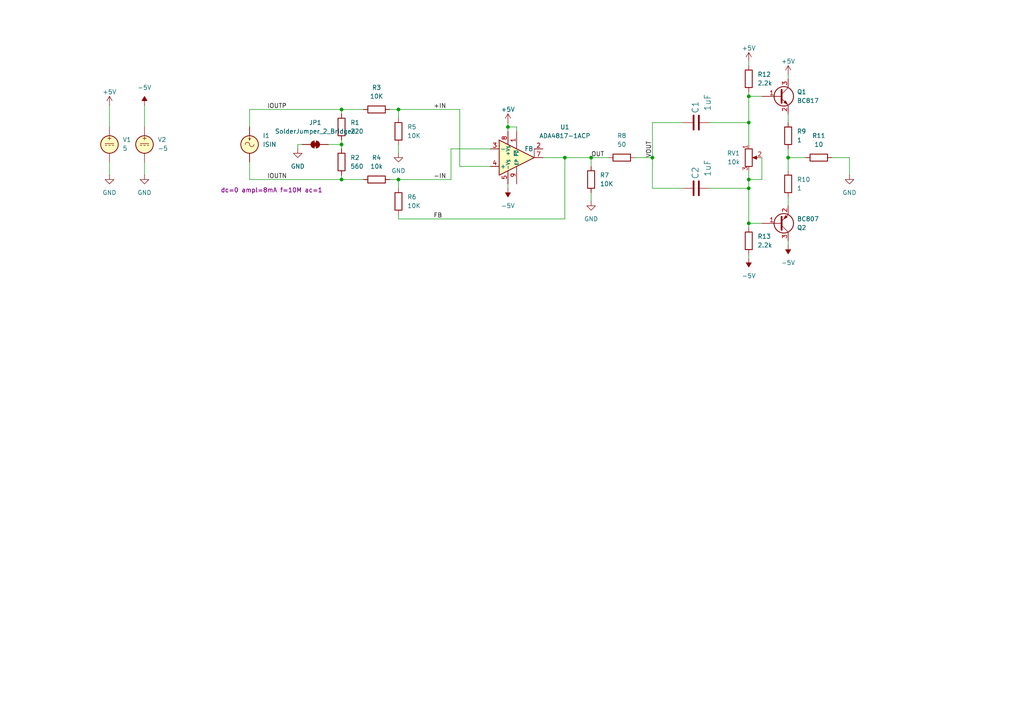
<source format=kicad_sch>
(kicad_sch (version 20231120) (generator "eeschema") (generator_version "8.0")
  (paper "A4")
  (lib_symbols
    (symbol "Amplifier_Operational:ADA4817-1ACP" (pin_names (offset 0.254))
      (property "Reference" "U" (at 1.27 3.81 0))
      (property "Value" "ADA4817-1ACP" (at 1.27 -3.81 0))
      (symbol "ADA4817-1ACP_0_1"
        (polyline (pts (xy 5.08 0) (xy 5.08 2.54)))
        (polyline (pts (xy -5.08 5.08) (xy 5.08 0) (xy -5.08 -5.08) (xy -5.08 5.08)) (stroke (width 0.254)) (fill (type background)))
      )
      (symbol "ADA4817-1ACP_1_0"
        (pin output line (at 7.62 2.54 180) (length 2.54) (name "FB") (number "2"))
        (pin no_connect line (at -5.08 0 0) (length 2.54) hide (name "") (number "6"))
        (pin power_in line (at 0 -7.62 90) (length 5.08) (name "EP") (number "9"))
      )
      (symbol "ADA4817-1ACP_1_1"
        (pin input line (at 0 7.62 270) (length 5.08) (name "~{PD}") (number "1"))
        (pin input line (at -7.62 2.54 0) (length 2.54) (name "-") (number "3"))
        (pin input line (at -7.62 -2.54 0) (length 2.54) (name "+") (number "4"))
        (pin power_in line (at -2.54 -7.62 90) (length 3.81) (name "-V_{S}") (number "5"))
        (pin output line (at 7.62 0 180) (length 2.54) (name "~") (number "7"))
        (pin power_in line (at -2.54 7.62 270) (length 3.81) (name "+V_{S}") (number "8"))
      )
    )
    (symbol "Device:C" (pin_numbers hide) (pin_names (offset 0.254))
      (property "Reference" "C" (at 0.635 2.54 0))
      (property "Value" "C" (at 0.635 -2.54 0))
      (symbol "C_0_1"
        (polyline (pts (xy -2.032 -0.762) (xy 2.032 -0.762)) (stroke (width 0.508)))
        (polyline (pts (xy -2.032 0.762) (xy 2.032 0.762)) (stroke (width 0.508)))
      )
      (symbol "C_1_1"
        (pin passive line (at 0 3.81 270) (length 2.794) (name "~") (number "1"))
        (pin passive line (at 0 -3.81 90) (length 2.794) (name "~") (number "2"))
      )
    )
    (symbol "Device:R" (pin_numbers hide) (pin_names (offset 0))
      (property "Reference" "R" (at 2.032 0 90))
      (property "Value" "R" (at 0 0 90))
      (symbol "R_0_1"
        (rectangle (start -1.016 -2.54) (end 1.016 2.54) (stroke (width 0.254)))
      )
      (symbol "R_1_1"
        (pin passive line (at 0 3.81 270) (length 1.27) (name "~") (number "1"))
        (pin passive line (at 0 -3.81 90) (length 1.27) (name "~") (number "2"))
      )
    )
    (symbol "Device:R_Potentiometer" (pin_names (offset 1.016) hide)
      (property "Reference" "RV" (at -4.445 0 90))
      (property "Value" "R_Potentiometer" (at -2.54 0 90))
      (symbol "R_Potentiometer_0_1"
        (polyline (pts (xy 2.54 0) (xy 1.524 0)))
        (polyline (pts (xy 1.143 0) (xy 2.286 0.508) (xy 2.286 -0.508) (xy 1.143 0)) (fill (type outline)))
        (rectangle (start 1.016 2.54) (end -1.016 -2.54) (stroke (width 0.254)))
      )
      (symbol "R_Potentiometer_1_1"
        (pin passive line (at 0 3.81 270) (length 1.27) (name "1") (number "1"))
        (pin passive line (at 3.81 0 180) (length 1.27) (name "2") (number "2"))
        (pin passive line (at 0 -3.81 90) (length 1.27) (name "3") (number "3"))
      )
    )
    (symbol "Jumper:SolderJumper_2_Bridged" (pin_numbers hide) (pin_names (offset 0) hide) (exclude_from_sim yes) (in_bom no)
      (property "Reference" "JP" (at 0 2.032 0))
      (property "Value" "SolderJumper_2_Bridged" (at 0 -2.54 0))
      (symbol "SolderJumper_2_Bridged_0_1"
        (rectangle (start -0.508 0.508) (end 0.508 -0.508) (fill (type outline)))
        (arc (start -0.254 1.016) (mid -1.2656 0) (end -0.254 -1.016))
        (arc (start -0.254 1.016) (mid -1.2656 0) (end -0.254 -1.016) (fill (type outline)))
        (polyline (pts (xy -0.254 1.016) (xy -0.254 -1.016)))
        (polyline (pts (xy 0.254 1.016) (xy 0.254 -1.016)))
        (arc (start 0.254 -1.016) (mid 1.2656 0) (end 0.254 1.016))
        (arc (start 0.254 -1.016) (mid 1.2656 0) (end 0.254 1.016) (fill (type outline)))
      )
      (symbol "SolderJumper_2_Bridged_1_1"
        (pin passive line (at -3.81 0 0) (length 2.54) (name "A") (number "1"))
        (pin passive line (at 3.81 0 180) (length 2.54) (name "B") (number "2"))
      )
    )
    (symbol "Simulation_SPICE:ISIN" (pin_numbers hide) (pin_names (offset 0.0254))
      (property "Reference" "I" (at 2.54 2.54 0))
      (property "Value" "ISIN" (at 2.54 0 0))
      (property "Sim.Params" "dc=0 ampl=1 f=1k ac=1" (at 2.54 -2.54 0))
      (symbol "ISIN_0_0"
        (arc (start 0 0) (mid -0.635 0.6323) (end -1.27 0))
        (arc (start 0 0) (mid 0.635 -0.6323) (end 1.27 0))
      )
      (symbol "ISIN_0_1"
        (polyline (pts (xy 0 1.27) (xy 0 2.286)))
        (polyline (pts (xy -0.254 1.778) (xy 0 1.27) (xy 0.254 1.778)))
        (circle (center 0 0) (radius 2.54) (stroke (width 0.254)) (fill (type background)))
      )
      (symbol "ISIN_1_1"
        (pin passive line (at 0 5.08 270) (length 2.54) (name "~") (number "1"))
        (pin passive line (at 0 -5.08 90) (length 2.54) (name "~") (number "2"))
      )
    )
    (symbol "Simulation_SPICE:VDC" (pin_numbers hide) (pin_names (offset 0.0254))
      (property "Reference" "V" (at 2.54 2.54 0))
      (property "Value" "1" (at 2.54 0 0))
      (symbol "VDC_0_0"
        (polyline (pts (xy -1.27 0.254) (xy 1.27 0.254)))
        (polyline (pts (xy -0.762 -0.254) (xy -1.27 -0.254)))
        (polyline (pts (xy 0.254 -0.254) (xy -0.254 -0.254)))
        (polyline (pts (xy 1.27 -0.254) (xy 0.762 -0.254)))
        (text "+" (at 0 1.905 0) (effects (font (size 1.27 1.27))))
      )
      (symbol "VDC_0_1"
        (circle (center 0 0) (radius 2.54) (stroke (width 0.254)) (fill (type background)))
      )
      (symbol "VDC_1_1"
        (pin passive line (at 0 5.08 270) (length 2.54) (name "~") (number "1"))
        (pin passive line (at 0 -5.08 90) (length 2.54) (name "~") (number "2"))
      )
    )
    (symbol "Transistor_BJT:BC807" (pin_names (offset 0) hide)
      (property "Reference" "Q" (at 5.08 1.905 0))
      (property "Value" "BC807" (at 5.08 0 0))
      (symbol "BC807_0_1"
        (polyline (pts (xy 0.635 0.635) (xy 2.54 2.54)))
        (polyline (pts (xy 0.635 -0.635) (xy 2.54 -2.54) (xy 2.54 -2.54)))
        (polyline (pts (xy 0.635 1.905) (xy 0.635 -1.905) (xy 0.635 -1.905)) (stroke (width 0.508)))
        (polyline (pts (xy 2.286 -1.778) (xy 1.778 -2.286) (xy 1.27 -1.27) (xy 2.286 -1.778) (xy 2.286 -1.778)) (fill (type outline)))
        (circle (center 1.27 0) (radius 2.8194) (stroke (width 0.254)))
      )
      (symbol "BC807_1_1"
        (pin input line (at -5.08 0 0) (length 5.715) (name "B") (number "1"))
        (pin passive line (at 2.54 -5.08 90) (length 2.54) (name "E") (number "2"))
        (pin passive line (at 2.54 5.08 270) (length 2.54) (name "C") (number "3"))
      )
    )
    (symbol "Transistor_BJT:BC817" (pin_names (offset 0) hide)
      (property "Reference" "Q" (at 5.08 1.905 0))
      (property "Value" "BC817" (at 5.08 0 0))
      (symbol "BC817_0_1"
        (polyline (pts (xy 0.635 0.635) (xy 2.54 2.54)))
        (polyline (pts (xy 0.635 -0.635) (xy 2.54 -2.54) (xy 2.54 -2.54)))
        (polyline (pts (xy 0.635 1.905) (xy 0.635 -1.905) (xy 0.635 -1.905)) (stroke (width 0.508)))
        (polyline (pts (xy 1.27 -1.778) (xy 1.778 -1.27) (xy 2.286 -2.286) (xy 1.27 -1.778) (xy 1.27 -1.778)) (fill (type outline)))
        (circle (center 1.27 0) (radius 2.8194) (stroke (width 0.254)))
      )
      (symbol "BC817_1_1"
        (pin input line (at -5.08 0 0) (length 5.715) (name "B") (number "1"))
        (pin passive line (at 2.54 -5.08 90) (length 2.54) (name "E") (number "2"))
        (pin passive line (at 2.54 5.08 270) (length 2.54) (name "C") (number "3"))
      )
    )
    (symbol "power:+5V" (power) (pin_numbers hide) (pin_names (offset 0) hide)
      (property "Value" "+5V" (at 0 3.556 0))
      (symbol "+5V_0_1"
        (polyline (pts (xy -0.762 1.27) (xy 0 2.54)))
        (polyline (pts (xy 0 0) (xy 0 2.54)))
        (polyline (pts (xy 0 2.54) (xy 0.762 1.27)))
      )
      (symbol "+5V_1_1"
        (pin power_in line (at 0 0 90) (length 0) (name "~") (number "1"))
      )
    )
    (symbol "power:-5V" (power) (pin_numbers hide) (pin_names (offset 0) hide)
      (property "Value" "-5V" (at 0 3.556 0))
      (symbol "-5V_0_0"
        (pin power_in line (at 0 0 90) (length 0) (name "~") (number "1"))
      )
      (symbol "-5V_0_1"
        (polyline (pts (xy 0 0) (xy 0 1.27) (xy 0.762 1.27) (xy 0 2.54) (xy -0.762 1.27) (xy 0 1.27)) (fill (type outline)))
      )
    )
    (symbol "power:GND" (power) (pin_numbers hide) (pin_names (offset 0) hide)
      (property "Value" "GND" (at 0 -3.81 0))
      (symbol "GND_0_1"
        (polyline (pts (xy 0 0) (xy 0 -1.27) (xy 1.27 -1.27) (xy 0 -2.54) (xy -1.27 -1.27) (xy 0 -1.27)))
      )
      (symbol "GND_1_1"
        (pin power_in line (at 0 0 270) (length 0) (name "~") (number "1"))
      )
    )
  )
  (junction (at 217.17 27.94))
  (junction (at 217.17 52.07))
  (junction (at 99.06 41.91))
  (junction (at 99.06 31.75))
  (junction (at 115.57 31.75))
  (junction (at 115.57 52.07))
  (junction (at 217.17 54.61))
  (junction (at 228.6 45.72))
  (junction (at 171.45 45.72))
  (junction (at 217.17 35.56))
  (junction (at 99.06 52.07))
  (junction (at 217.17 64.77))
  (junction (at 189.23 45.72))
  (junction (at 163.83 45.72))
  (junction (at 147.32 36.83))
  (wire (pts (xy 41.91 46.99) (xy 41.91 50.8)))
  (wire (pts (xy 228.6 57.15) (xy 228.6 59.69)))
  (wire (pts (xy 228.6 69.85) (xy 228.6 71.12)))
  (wire (pts (xy 115.57 31.75) (xy 115.57 34.29)))
  (wire (pts (xy 99.06 41.91) (xy 99.06 43.18)))
  (wire (pts (xy 115.57 52.07) (xy 130.81 52.07)))
  (wire (pts (xy 99.06 40.64) (xy 99.06 41.91)))
  (wire (pts (xy 115.57 52.07) (xy 115.57 54.61)))
  (wire (pts (xy 99.06 50.8) (xy 99.06 52.07)))
  (wire (pts (xy 189.23 35.56) (xy 198.12 35.56)))
  (wire (pts (xy 147.32 53.34) (xy 147.32 54.61)))
  (wire (pts (xy 220.98 27.94) (xy 217.17 27.94)))
  (wire (pts (xy 171.45 45.72) (xy 176.53 45.72)))
  (wire (pts (xy 113.03 31.75) (xy 115.57 31.75)))
  (wire (pts (xy 99.06 33.02) (xy 99.06 31.75)))
  (wire (pts (xy 189.23 54.61) (xy 189.23 45.72)))
  (wire (pts (xy 217.17 64.77) (xy 217.17 66.04)))
  (wire (pts (xy 205.74 35.56) (xy 217.17 35.56)))
  (wire (pts (xy 217.17 26.67) (xy 217.17 27.94)))
  (wire (pts (xy 147.32 36.83) (xy 147.32 38.1)))
  (wire (pts (xy 99.06 31.75) (xy 105.41 31.75)))
  (wire (pts (xy 241.3 45.72) (xy 246.38 45.72)))
  (wire (pts (xy 217.17 27.94) (xy 217.17 35.56)))
  (wire (pts (xy 228.6 45.72) (xy 228.6 49.53)))
  (wire (pts (xy 228.6 33.02) (xy 228.6 35.56)))
  (wire (pts (xy 220.98 64.77) (xy 217.17 64.77)))
  (wire (pts (xy 149.86 36.83) (xy 147.32 36.83)))
  (wire (pts (xy 72.39 31.75) (xy 99.06 31.75)))
  (wire (pts (xy 31.75 46.99) (xy 31.75 50.8)))
  (wire (pts (xy 228.6 45.72) (xy 233.68 45.72)))
  (wire (pts (xy 163.83 45.72) (xy 163.83 63.5)))
  (wire (pts (xy 133.35 48.26) (xy 133.35 31.75)))
  (wire (pts (xy 157.48 45.72) (xy 163.83 45.72)))
  (wire (pts (xy 189.23 35.56) (xy 189.23 45.72)))
  (wire (pts (xy 72.39 52.07) (xy 72.39 46.99)))
  (wire (pts (xy 99.06 52.07) (xy 105.41 52.07)))
  (wire (pts (xy 72.39 52.07) (xy 99.06 52.07)))
  (wire (pts (xy 171.45 45.72) (xy 171.45 48.26)))
  (wire (pts (xy 217.17 17.78) (xy 217.17 19.05)))
  (wire (pts (xy 72.39 31.75) (xy 72.39 36.83)))
  (wire (pts (xy 130.81 43.18) (xy 130.81 52.07)))
  (wire (pts (xy 113.03 52.07) (xy 115.57 52.07)))
  (wire (pts (xy 115.57 31.75) (xy 133.35 31.75)))
  (wire (pts (xy 217.17 35.56) (xy 217.17 41.91)))
  (wire (pts (xy 115.57 41.91) (xy 115.57 44.45)))
  (wire (pts (xy 171.45 55.88) (xy 171.45 58.42)))
  (wire (pts (xy 115.57 63.5) (xy 163.83 63.5)))
  (wire (pts (xy 228.6 21.59) (xy 228.6 22.86)))
  (wire (pts (xy 205.74 54.61) (xy 217.17 54.61)))
  (wire (pts (xy 41.91 30.48) (xy 41.91 36.83)))
  (wire (pts (xy 133.35 48.26) (xy 142.24 48.26)))
  (wire (pts (xy 220.98 52.07) (xy 217.17 52.07)))
  (wire (pts (xy 149.86 38.1) (xy 149.86 36.83)))
  (wire (pts (xy 86.36 41.91) (xy 86.36 43.18)))
  (wire (pts (xy 217.17 73.66) (xy 217.17 74.93)))
  (wire (pts (xy 130.81 43.18) (xy 142.24 43.18)))
  (wire (pts (xy 189.23 45.72) (xy 184.15 45.72)))
  (wire (pts (xy 87.63 41.91) (xy 86.36 41.91)))
  (wire (pts (xy 95.25 41.91) (xy 99.06 41.91)))
  (wire (pts (xy 220.98 45.72) (xy 220.98 52.07)))
  (wire (pts (xy 246.38 45.72) (xy 246.38 50.8)))
  (wire (pts (xy 228.6 43.18) (xy 228.6 45.72)))
  (wire (pts (xy 115.57 62.23) (xy 115.57 63.5)))
  (wire (pts (xy 31.75 30.48) (xy 31.75 36.83)))
  (wire (pts (xy 217.17 52.07) (xy 217.17 54.61)))
  (wire (pts (xy 163.83 45.72) (xy 171.45 45.72)))
  (wire (pts (xy 198.12 54.61) (xy 189.23 54.61)))
  (wire (pts (xy 147.32 35.56) (xy 147.32 36.83)))
  (wire (pts (xy 217.17 49.53) (xy 217.17 52.07)))
  (wire (pts (xy 217.17 54.61) (xy 217.17 64.77)))
  (label "-IN" (at 125.73 52.07 0))
  (label "OUT" (at 171.45 45.72 0))
  (label "FB" (at 125.73 63.5 0))
  (label "VOUT" (at 189.23 45.72 90))
  (label "+IN" (at 125.73 31.75 0))
  (label "IOUTP" (at 77.47 31.75 0))
  (label "IOUTN" (at 77.47 52.07 0))
  (symbol (lib_id "Transistor_BJT:BC807") (at 226.06 64.77 0) (mirror x) (unit 1)
    (property "Reference" "Q2" (at 231.14 66.0401 0) (effects (justify left)))
    (property "Value" "BC807" (at 231.14 63.5001 0) (effects (justify left)))
    (property "Footprint" "Package_TO_SOT_SMD:SOT-23" (effects (hide yes)))
    (property "Datasheet" "https://www.onsemi.com/pub/Collateral/BC808-D.pdf" (effects (hide yes)))
    (property "Description" "0.8A Ic, 45V Vce, PNP Transistor, SOT-23" (effects (hide yes)))
    (property "Sim.Device" "PNP" (effects (hide yes)))
    (property "Sim.Library" "BJTP.lib" (effects (hide yes)))
    (property "Sim.Name" "BC857" (effects (hide yes)))
    (property "Sim.Type" "GUMMELPOON" (effects (hide yes)))
    (property "Sim.Pins" "1=B 2=E 3=C" (effects (hide yes)))
  )
  (symbol (lib_id "Device:R") (at 99.06 36.83 0) (unit 1)
    (property "Reference" "R1" (at 101.6 35.5599 0) (effects (justify left)))
    (property "Value" "220" (at 101.6 38.0999 0) (effects (justify left)))
    (property "Footprint" "Resistor_SMD:R_0603_1608Metric" (effects (hide yes)))
    (property "Description" "Resistor" (effects (hide yes)))
  )
  (symbol (lib_id "power:GND") (at 171.45 58.42 0) (unit 1)
    (property "Reference" "#PWR09" (effects (hide yes)))
    (property "Value" "GND" (at 171.45 63.5 0))
    (property "Description" "Power symbol creates a global label with name \"GND\" , ground" (effects (hide yes)))
  )
  (symbol (lib_id "Device:C") (at 201.93 35.56 270) (unit 1)
    (property "Reference" "C1" (at 200.66 29.21 0) (effects (font (size 1.778 1.778)) (justify left bottom)))
    (property "Value" "1uF" (at 204.216 27.178 0) (effects (font (size 1.778 1.778)) (justify left bottom)))
    (property "Footprint" "Capacitor_SMD:C_0603_1608Metric" (effects (hide yes)))
    (property "Description" "Unpolarized capacitor" (effects (hide yes)))
  )
  (symbol (lib_id "Device:R") (at 99.06 46.99 0) (unit 1)
    (property "Reference" "R2" (at 101.6 45.7199 0) (effects (justify left)))
    (property "Value" "560" (at 101.6 48.2599 0) (effects (justify left)))
    (property "Footprint" "Resistor_SMD:R_0603_1608Metric" (effects (hide yes)))
    (property "Description" "Resistor" (effects (hide yes)))
  )
  (symbol (lib_id "power:GND") (at 41.91 50.8 0) (unit 1)
    (property "Reference" "#PWR08" (effects (hide yes)))
    (property "Value" "GND" (at 41.91 55.88 0))
    (property "Description" "Power symbol creates a global label with name \"GND\" , ground" (effects (hide yes)))
  )
  (symbol (lib_id "power:+5V") (at 31.75 30.48 0) (unit 1)
    (property "Reference" "#PWR07" (effects (hide yes)))
    (property "Value" "+5V" (at 31.75 26.67 0))
    (property "Description" "Power symbol creates a global label with name \"+5V\"" (effects (hide yes)))
  )
  (symbol (lib_id "power:-5V") (at 217.17 74.93 180) (unit 1)
    (property "Reference" "#PWR014" (effects (hide yes)))
    (property "Value" "-5V" (at 217.17 80.01 0))
    (property "Description" "Power symbol creates a global label with name \"-5V\"" (effects (hide yes)))
  )
  (symbol (lib_id "power:GND") (at 31.75 50.8 0) (unit 1)
    (property "Reference" "#PWR06" (effects (hide yes)))
    (property "Value" "GND" (at 31.75 55.88 0))
    (property "Description" "Power symbol creates a global label with name \"GND\" , ground" (effects (hide yes)))
  )
  (symbol (lib_id "power:+5V") (at 228.6 21.59 0) (unit 1)
    (property "Reference" "#PWR010" (effects (hide yes)))
    (property "Value" "+5V" (at 228.6 17.78 0))
    (property "Description" "Power symbol creates a global label with name \"+5V\"" (effects (hide yes)))
  )
  (symbol (lib_id "Device:C") (at 201.93 54.61 270) (unit 1)
    (property "Reference" "C2" (at 200.66 48.26 0) (effects (font (size 1.778 1.778)) (justify left bottom)))
    (property "Value" "1uF" (at 204.216 46.228 0) (effects (font (size 1.778 1.778)) (justify left bottom)))
    (property "Footprint" "Capacitor_SMD:C_0603_1608Metric" (effects (hide yes)))
    (property "Description" "Unpolarized capacitor" (effects (hide yes)))
  )
  (symbol (lib_id "Device:R") (at 115.57 58.42 180) (unit 1)
    (property "Reference" "R6" (at 118.11 57.1499 0) (effects (justify right)))
    (property "Value" "10K" (at 118.11 59.6899 0) (effects (justify right)))
    (property "Footprint" "Resistor_SMD:R_0603_1608Metric" (effects (hide yes)))
    (property "Description" "Resistor" (effects (hide yes)))
  )
  (symbol (lib_id "Device:R") (at 217.17 22.86 180) (unit 1)
    (property "Reference" "R12" (at 219.71 21.5899 0) (effects (justify right)))
    (property "Value" "2.2k" (at 219.71 24.1299 0) (effects (justify right)))
    (property "Footprint" "Resistor_SMD:R_0603_1608Metric" (effects (hide yes)))
    (property "Description" "Resistor" (effects (hide yes)))
  )
  (symbol (lib_id "Device:R_Potentiometer") (at 217.17 45.72 0) (unit 1)
    (property "Reference" "RV1" (at 214.63 44.4499 0) (effects (justify right)))
    (property "Value" "10k" (at 214.63 46.9899 0) (effects (justify right)))
    (property "Description" "Potentiometer" (effects (hide yes)))
    (property "Sim.Device" "R" (effects (hide yes)))
    (property "Sim.Type" "POT" (effects (hide yes)))
    (property "Sim.Pins" "1=r0 2=wiper 3=r1" (effects (hide yes)))
    (property "Sim.Params" "r=5k pos=0.3" (effects (hide yes)))
  )
  (symbol (lib_id "Device:R") (at 115.57 38.1 180) (unit 1)
    (property "Reference" "R5" (at 118.11 36.8299 0) (effects (justify right)))
    (property "Value" "10K" (at 118.11 39.3699 0) (effects (justify right)))
    (property "Footprint" "Resistor_SMD:R_0603_1608Metric" (effects (hide yes)))
    (property "Description" "Resistor" (effects (hide yes)))
  )
  (symbol (lib_id "Simulation_SPICE:VDC") (at 31.75 41.91 0) (unit 1)
    (property "Reference" "V1" (at 35.56 40.5101 0) (effects (justify left)))
    (property "Value" "5" (at 35.56 43.0501 0) (effects (justify left)))
    (property "Datasheet" "https://ngspice.sourceforge.io/docs/ngspice-html-manual/manual.xhtml#sec_Independent_Sources_for" (effects (hide yes)))
    (property "Description" "Voltage source, DC" (effects (hide yes)))
    (property "Sim.Pins" "1=+ 2=-" (effects (hide yes)))
    (property "Sim.Type" "DC" (effects (hide yes)))
    (property "Sim.Device" "V" (effects (hide yes)))
  )
  (symbol (lib_id "power:-5V") (at 41.91 30.48 0) (unit 1)
    (property "Reference" "#PWR05" (effects (hide yes)))
    (property "Value" "-5V" (at 41.91 25.4 0))
    (property "Description" "Power symbol creates a global label with name \"-5V\"" (effects (hide yes)))
  )
  (symbol (lib_id "Device:R") (at 109.22 31.75 270) (unit 1)
    (property "Reference" "R3" (at 109.22 25.4 90))
    (property "Value" "10K" (at 109.22 27.94 90))
    (property "Footprint" "Resistor_SMD:R_0603_1608Metric" (effects (hide yes)))
    (property "Description" "Resistor" (effects (hide yes)))
  )
  (symbol (lib_id "Device:R") (at 237.49 45.72 90) (unit 1)
    (property "Reference" "R11" (at 237.49 39.37 90))
    (property "Value" "10" (at 237.49 41.91 90))
    (property "Footprint" "Resistor_SMD:R_0603_1608Metric" (effects (hide yes)))
    (property "Description" "Resistor" (effects (hide yes)))
  )
  (symbol (lib_id "Simulation_SPICE:ISIN") (at 72.39 41.91 0) (unit 1)
    (property "Reference" "I1" (at 76.2 39.3699 0) (effects (justify left)))
    (property "Value" "ISIN" (at 76.2 41.9099 0) (effects (justify left)))
    (property "Datasheet" "https://ngspice.sourceforge.io/docs/ngspice-html-manual/manual.xhtml#sec_Independent_Sources_for" (effects (hide yes)))
    (property "Description" "Current source, sinusoidal" (effects (hide yes)))
    (property "Sim.Pins" "1=+ 2=-" (effects (hide yes)))
    (property "Sim.Params" "dc=0 ampl=8mA f=10M ac=1" (at 64.008 55.118 0) (effects (justify left)))
    (property "Sim.Device" "I" (effects (hide yes)))
    (property "Sim.Type" "SIN" (effects (hide yes)))
  )
  (symbol (lib_id "Device:R") (at 228.6 53.34 180) (unit 1)
    (property "Reference" "R10" (at 231.14 52.0699 0) (effects (justify right)))
    (property "Value" "1" (at 231.14 54.6099 0) (effects (justify right)))
    (property "Footprint" "Resistor_SMD:R_0603_1608Metric" (effects (hide yes)))
    (property "Description" "Resistor" (effects (hide yes)))
  )
  (symbol (lib_id "power:GND") (at 246.38 50.8 0) (unit 1)
    (property "Reference" "#PWR012" (effects (hide yes)))
    (property "Value" "GND" (at 246.38 55.88 0))
    (property "Description" "Power symbol creates a global label with name \"GND\" , ground" (effects (hide yes)))
  )
  (symbol (lib_id "Transistor_BJT:BC817") (at 226.06 27.94 0) (unit 1)
    (property "Reference" "Q1" (at 231.14 26.6699 0) (effects (justify left)))
    (property "Value" "BC817" (at 231.14 29.2099 0) (effects (justify left)))
    (property "Footprint" "Package_TO_SOT_SMD:SOT-23" (effects (hide yes)))
    (property "Datasheet" "https://www.onsemi.com/pub/Collateral/BC818-D.pdf" (effects (hide yes)))
    (property "Description" "0.8A Ic, 45V Vce, NPN Transistor, SOT-23" (effects (hide yes)))
    (property "Sim.Device" "NPN" (effects (hide yes)))
    (property "Sim.Library" "BJTN.lib" (effects (hide yes)))
    (property "Sim.Name" "BC817" (effects (hide yes)))
    (property "Sim.Type" "GUMMELPOON" (effects (hide yes)))
    (property "Sim.Pins" "1=B 2=E 3=C" (effects (hide yes)))
  )
  (symbol (lib_id "Device:R") (at 217.17 69.85 180) (unit 1)
    (property "Reference" "R13" (at 219.71 68.5799 0) (effects (justify right)))
    (property "Value" "2.2k" (at 219.71 71.1199 0) (effects (justify right)))
    (property "Footprint" "Resistor_SMD:R_0603_1608Metric" (effects (hide yes)))
    (property "Description" "Resistor" (effects (hide yes)))
  )
  (symbol (lib_id "power:+5V") (at 217.17 17.78 0) (unit 1)
    (property "Reference" "#PWR013" (effects (hide yes)))
    (property "Value" "+5V" (at 217.17 13.97 0))
    (property "Description" "Power symbol creates a global label with name \"+5V\"" (effects (hide yes)))
  )
  (symbol (lib_id "Device:R") (at 180.34 45.72 90) (unit 1)
    (property "Reference" "R8" (at 180.34 39.37 90))
    (property "Value" "50" (at 180.34 41.91 90))
    (property "Footprint" "Resistor_SMD:R_0603_1608Metric" (effects (hide yes)))
    (property "Description" "Resistor" (effects (hide yes)))
  )
  (symbol (lib_id "power:+5V") (at 147.32 35.56 0) (unit 1)
    (property "Reference" "#PWR03" (effects (hide yes)))
    (property "Value" "+5V" (at 147.32 31.75 0))
    (property "Description" "Power symbol creates a global label with name \"+5V\"" (effects (hide yes)))
  )
  (symbol (lib_id "Jumper:SolderJumper_2_Bridged") (at 91.44 41.91 0) (unit 1) (exclude_from_sim yes) (in_bom no)
    (property "Reference" "JP1" (at 91.44 35.56 0))
    (property "Value" "SolderJumper_2_Bridged" (at 91.44 38.1 0))
    (property "Footprint" "Jumper:SolderJumper-2_P1.3mm_Bridged_Pad1.0x1.5mm" (effects (hide yes)))
    (property "Description" "Solder Jumper, 2-pole, closed/bridged" (effects (hide yes)))
  )
  (symbol (lib_id "Amplifier_Operational:ADA4817-1ACP") (at 149.86 45.72 0) (unit 1)
    (property "Reference" "U1" (at 163.83 36.8614 0))
    (property "Value" "ADA4817-1ACP" (at 163.83 39.4014 0))
    (property "Footprint" "Package_CSP:LFCSP-8-1EP_3x3mm_P0.5mm_EP1.45x1.74mm" (effects (hide yes)))
    (property "Datasheet" "https://www.analog.com/media/en/technical-documentation/data-sheets/ADA4817-1_4817-2.pdf" (effects (hide yes)))
    (property "Description" "Single Low Noise, 1 GHz, Unity-gain stable, FastFET Op Amp, with power down, LFCSP-8-1EP" (effects (hide yes)))
    (property "Sim.Library" "ada4817.sub" (effects (hide yes)))
    (property "Sim.Name" "ADA4817" (effects (hide yes)))
    (property "Sim.Device" "SUBCKT" (effects (hide yes)))
    (property "Sim.Pins" "3=2 4=1 5=50 7=45 8=99" (effects (hide yes)))
  )
  (symbol (lib_id "power:GND") (at 115.57 44.45 0) (unit 1)
    (property "Reference" "#PWR02" (effects (hide yes)))
    (property "Value" "GND" (at 115.57 49.53 0))
    (property "Description" "Power symbol creates a global label with name \"GND\" , ground" (effects (hide yes)))
  )
  (symbol (lib_id "power:-5V") (at 228.6 71.12 180) (unit 1)
    (property "Reference" "#PWR011" (effects (hide yes)))
    (property "Value" "-5V" (at 228.6 76.2 0))
    (property "Description" "Power symbol creates a global label with name \"-5V\"" (effects (hide yes)))
  )
  (symbol (lib_id "power:GND") (at 86.36 43.18 0) (unit 1)
    (property "Reference" "#PWR01" (effects (hide yes)))
    (property "Value" "GND" (at 86.36 48.26 0))
    (property "Description" "Power symbol creates a global label with name \"GND\" , ground" (effects (hide yes)))
  )
  (symbol (lib_id "Device:R") (at 109.22 52.07 270) (unit 1)
    (property "Reference" "R4" (at 109.22 45.72 90))
    (property "Value" "10k" (at 109.22 48.26 90))
    (property "Footprint" "Resistor_SMD:R_0603_1608Metric" (effects (hide yes)))
    (property "Description" "Resistor" (effects (hide yes)))
  )
  (symbol (lib_id "power:-5V") (at 147.32 54.61 180) (unit 1)
    (property "Reference" "#PWR04" (effects (hide yes)))
    (property "Value" "-5V" (at 147.32 59.69 0))
    (property "Description" "Power symbol creates a global label with name \"-5V\"" (effects (hide yes)))
  )
  (symbol (lib_id "Device:R") (at 171.45 52.07 180) (unit 1)
    (property "Reference" "R7" (at 173.99 50.7999 0) (effects (justify right)))
    (property "Value" "10K" (at 173.99 53.3399 0) (effects (justify right)))
    (property "Footprint" "Resistor_SMD:R_0603_1608Metric" (effects (hide yes)))
    (property "Description" "Resistor" (effects (hide yes)))
  )
  (symbol (lib_id "Simulation_SPICE:VDC") (at 41.91 41.91 0) (unit 1)
    (property "Reference" "V2" (at 45.72 40.5101 0) (effects (justify left)))
    (property "Value" "-5" (at 45.72 43.0501 0) (effects (justify left)))
    (property "Datasheet" "https://ngspice.sourceforge.io/docs/ngspice-html-manual/manual.xhtml#sec_Independent_Sources_for" (effects (hide yes)))
    (property "Description" "Voltage source, DC" (effects (hide yes)))
    (property "Sim.Pins" "1=+ 2=-" (effects (hide yes)))
    (property "Sim.Type" "DC" (effects (hide yes)))
    (property "Sim.Device" "V" (effects (hide yes)))
  )
  (symbol (lib_id "Device:R") (at 228.6 39.37 180) (unit 1)
    (property "Reference" "R9" (at 231.14 38.0999 0) (effects (justify right)))
    (property "Value" "1" (at 231.14 40.6399 0) (effects (justify right)))
    (property "Footprint" "Resistor_SMD:R_0603_1608Metric" (effects (hide yes)))
    (property "Description" "Resistor" (effects (hide yes)))
  )
)
</source>
